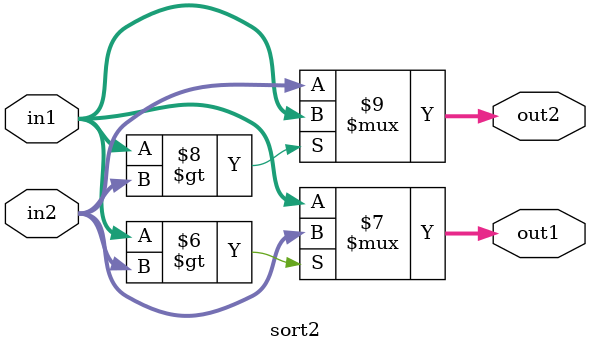
<source format=v>
module qsort 
#(  parameter pADDR_WIDTH = 12,
    parameter pDATA_WIDTH = 32
)
(

    //write ap_start
    output  wire                     awready, // coefficients address ready to accept from tb
    output  wire                      wready,  // coefficients ready to accept from tb
    input   wire                     awvalid, // coefficients address valid
    input   wire [(pADDR_WIDTH-1):0] awaddr,  // coefficients address
    input   wire                     wvalid, // coefficients valid
    input   wire [(pDATA_WIDTH-1):0] wdata,  //coefficients comes from here

    //check ap_done/ap_idle
    output  reg                     arready, // data address ready to accept from tb
    input   wire                     rready, // tb is ready to accept data
    input   wire                     arvalid, // read address from tb is valid
    input   wire [(pADDR_WIDTH-1):0] araddr, // read address from tb
    output  reg                      rvalid, // data to tb valid
    output  reg  [(pDATA_WIDTH-1):0] rdata,  // data to tb

    input   wire                     ss_tvalid, //data stream in valid
    input   wire [(pDATA_WIDTH-1):0] ss_tdata, //data stream in
    input   wire                     ss_tlast, //data stream in last
    output                        ss_tready, //ready to accept data stream in

    input   wire                     sm_tready, //tb ready to accept data stream out
    output  reg                      sm_tvalid, //data stream out valid
    output  reg  [(pDATA_WIDTH-1):0] sm_tdata, //data stream out
    output  reg                      sm_tlast, //data stream out last


    input   wire                     axis_clk,
    input   wire                     axis_rst_n
);

// regs and wires declaration
reg ap_done_w, ap_done_r;
reg ap_idle_w, ap_idle_r;
reg ap_start_w, ap_start_r;
reg [9:0] data_w [0:10], data_r[0:10];
reg [9:0] sort_in1 [0:4], sort_in2 [0:4];
wire [9:0] sort_out1 [0:4], sort_out2 [0:4];    
reg [3:0] sort_state_w, sort_state_r;
reg [5:0] stream_cnt_w, stream_cnt_r;
reg [3:0] state_w, state_r;

wire [pDATA_WIDTH-1:0] ap_data;

integer i, j, k;
// assignments
assign ap_data = {29'b0 ,ap_idle_r, ap_done_r, ap_start_r};
assign ss_tready = 1;
assign awready = 1;
assign wready = 1;

// states
localparam S_IDLE = 0;
localparam S_LOAD = 1;
localparam S_SORT = 2;
localparam S_DONE = 3;

genvar g;
generate
    for (g=0; g<5; g=g+1) begin:sort2_gen
        sort2 sort_unit(
            .in1(sort_in1[g]),
            .in2(sort_in2[g]),
            .out1(sort_out1[g]),
            .out2(sort_out2[g])
        );
    end
endgenerate

// combinational logic

// state machine
always @(*) begin
    state_w = state_r;

    case (state_r)
        S_IDLE: begin
            if (ap_start_r) begin
                state_w = S_LOAD;
            end
        end
        S_LOAD: begin
            if (stream_cnt_r == 10)begin//11
                state_w = S_SORT;
            end
        end
        S_SORT: begin
            if (sort_state_r == 7) begin
                state_w = S_DONE;
            end
        end
        S_DONE: begin

        end
    endcase
end

//
always @(*) begin
    ap_idle_w = ap_idle_r;
    ap_done_w = ap_done_r;
    case (state_r)
        S_IDLE: begin
            if (ap_start_r) begin
                ap_idle_w = 0;
            end
        end
        S_LOAD: begin
            if (stream_cnt_r >= 36) begin//36
                ap_done_w = 1;
                ap_idle_w = 1;
            end
        end
        S_SORT: begin
            if (sort_state_r == 7) begin
                ap_done_w = 1;
                ap_idle_w = 1;
            end
        end
        S_DONE: begin
        end
    endcase
end


// control signal in
always @(*) begin
    ap_start_w = ap_start_r;
    if (wvalid)begin
        ap_start_w = wdata[0];
    end
end

// control signal out
always @(*) begin
    rvalid = 1;
    arready = 1;
    rdata = ap_data;
end

// data stream in and out, sorting network
always @(*) begin
    stream_cnt_w = stream_cnt_r;
    sort_state_w = sort_state_r;
    sm_tvalid = 0;
    sm_tdata = data_r[0];
    for (i=0; i<11; i=i+1) begin
        data_w[i] = data_r[i];
    end

    if (ss_tvalid && stream_cnt_r < 11) begin
        stream_cnt_w = stream_cnt_r + 1;
        for (i=0; i<10; i=i+1) begin
            data_w[i] = data_r[i+1];
        end
        data_w[10] = ss_tdata;
    end

    if (state_r == S_DONE)begin
        sm_tvalid = 1;
        if (sm_tready) begin
            for (i=0; i<10; i=i+1) begin
                data_w[i] = data_r[i+1];
            end
        end
    end

    if (state_r == S_SORT) begin // ref : https://bertdobbelaere.github.io/sorting_networks.html#N11L35D8
        sort_state_w = sort_state_r + 1;
        case (sort_state_r)
            0: begin
                //[(0,9),(1,6),(2,4),(3,7),(5,8)]
                sort_in1[0] = data_r[0];
                sort_in2[0] = data_r[9];
                data_w[0] = sort_out1[0];
                data_w[9] = sort_out2[0];

                sort_in1[1] = data_r[1];
                sort_in2[1] = data_r[6];
                data_w[1] = sort_out1[1];
                data_w[6] = sort_out2[1];

                sort_in1[2] = data_r[2];
                sort_in2[2] = data_r[4];
                data_w[2] = sort_out1[2];
                data_w[4] = sort_out2[2];

                sort_in1[3] = data_r[3];
                sort_in2[3] = data_r[7];
                data_w[3] = sort_out1[3];
                data_w[7] = sort_out2[3];

                sort_in1[4] = data_r[5];
                sort_in2[4] = data_r[8];
                data_w[5] = sort_out1[4];
                data_w[8] = sort_out2[4];
            end
            1:begin
                //[(0,1),(3,5),(4,10),(6,9),(7,8)]
                sort_in1[0] = data_r[0];
                sort_in2[0] = data_r[1];
                data_w[0] = sort_out1[0];
                data_w[1] = sort_out2[0];

                sort_in1[1] = data_r[3];
                sort_in2[1] = data_r[5];
                data_w[3] = sort_out1[1];
                data_w[5] = sort_out2[1];

                sort_in1[2] = data_r[4];
                sort_in2[2] = data_r[10];
                data_w[4] = sort_out1[2];
                data_w[10] = sort_out2[2];

                sort_in1[3] = data_r[6];
                sort_in2[3] = data_r[9];
                data_w[6] = sort_out1[3];
                data_w[9] = sort_out2[3];

                sort_in1[4] = data_r[7];
                sort_in2[4] = data_r[8];
                data_w[7] = sort_out1[4];
                data_w[8] = sort_out2[4];
            end 
            2:begin
                //[(1,3),(2,5),(4,7),(8,10)]
                sort_in1[0] = data_r[1];
                sort_in2[0] = data_r[3];
                data_w[1] = sort_out1[0];
                data_w[3] = sort_out2[0];

                sort_in1[1] = data_r[2];
                sort_in2[1] = data_r[5];
                data_w[2] = sort_out1[1];
                data_w[5] = sort_out2[1];

                sort_in1[2] = data_r[4];
                sort_in2[2] = data_r[7];
                data_w[4] = sort_out1[2];
                data_w[7] = sort_out2[2];

                sort_in1[3] = data_r[8];
                sort_in2[3] = data_r[10];
                data_w[8] = sort_out1[3];
                data_w[10] = sort_out2[3];
            end
            3:begin
                //[(0,4),(1,2),(3,7),(5,9),(6,8)]
                sort_in1[0] = data_r[0];
                sort_in2[0] = data_r[4];
                data_w[0] = sort_out1[0];
                data_w[4] = sort_out2[0];

                sort_in1[1] = data_r[1];
                sort_in2[1] = data_r[2];
                data_w[1] = sort_out1[1];
                data_w[2] = sort_out2[1];

                sort_in1[2] = data_r[3];
                sort_in2[2] = data_r[7];
                data_w[3] = sort_out1[2];
                data_w[7] = sort_out2[2];

                sort_in1[3] = data_r[5];
                sort_in2[3] = data_r[9];
                data_w[5] = sort_out1[3];
                data_w[9] = sort_out2[3];

                sort_in1[4] = data_r[6];
                sort_in2[4] = data_r[8];
                data_w[6] = sort_out1[4];
                data_w[8] = sort_out2[4];
            end
            4:begin
                //[(0,1),(2,6),(4,5),(7,8),(9,10)]
                sort_in1[0] = data_r[0];
                sort_in2[0] = data_r[1];
                data_w[0] = sort_out1[0];
                data_w[1] = sort_out2[0];

                sort_in1[1] = data_r[2];
                sort_in2[1] = data_r[6];
                data_w[2] = sort_out1[1];
                data_w[6] = sort_out2[1];

                sort_in1[2] = data_r[4];
                sort_in2[2] = data_r[5];
                data_w[4] = sort_out1[2];
                data_w[5] = sort_out2[2];

                sort_in1[3] = data_r[7];
                sort_in2[3] = data_r[8];
                data_w[7] = sort_out1[3];
                data_w[8] = sort_out2[3];

                sort_in1[4] = data_r[9];
                sort_in2[4] = data_r[10];
                data_w[9] = sort_out1[4];
                data_w[10] = sort_out2[4];
            end
            5:begin
                //[(2,4),(3,6),(5,7),(8,9)]
                sort_in1[0] = data_r[2];
                sort_in2[0] = data_r[4];
                data_w[2] = sort_out1[0];
                data_w[4] = sort_out2[0];

                sort_in1[1] = data_r[3];
                sort_in2[1] = data_r[6];
                data_w[3] = sort_out1[1];
                data_w[6] = sort_out2[1];

                sort_in1[2] = data_r[5];
                sort_in2[2] = data_r[7];
                data_w[5] = sort_out1[2];
                data_w[7] = sort_out2[2];

                sort_in1[3] = data_r[8];
                sort_in2[3] = data_r[9];
                data_w[8] = sort_out1[3];
                data_w[9] = sort_out2[3];
            end
            6:begin
                //[(1,2),(3,4),(5,6),(7,8)]
                sort_in1[0] = data_r[1];
                sort_in2[0] = data_r[2];
                data_w[1] = sort_out1[0];
                data_w[2] = sort_out2[0];

                sort_in1[1] = data_r[3];
                sort_in2[1] = data_r[4];
                data_w[3] = sort_out1[1];
                data_w[4] = sort_out2[1];

                sort_in1[2] = data_r[5];
                sort_in2[2] = data_r[6];
                data_w[5] = sort_out1[2];
                data_w[6] = sort_out2[2];

                sort_in1[3] = data_r[7];
                sort_in2[3] = data_r[8];
                data_w[7] = sort_out1[3];
                data_w[8] = sort_out2[3];
            end
            7:begin
                //[(2,3),(4,5),(6,7)]
                sort_in1[0] = data_r[2];
                sort_in2[0] = data_r[3];
                data_w[2] = sort_out1[0];
                data_w[3] = sort_out2[0];

                sort_in1[1] = data_r[4];
                sort_in2[1] = data_r[5];
                data_w[4] = sort_out1[1];
                data_w[5] = sort_out2[1];

                sort_in1[2] = data_r[6];
                sort_in2[2] = data_r[7];
                data_w[6] = sort_out1[2];
                data_w[7] = sort_out2[2];
            end

        endcase
    end

end

// sequential logic
always @(posedge axis_clk or negedge axis_rst_n) begin
    if (~axis_rst_n) begin
        ap_done_r <= 0;
        ap_idle_r <= 1;
        ap_start_r <= 0;
        state_r <= S_IDLE;
        stream_cnt_r <= 0;
        for (i = 0; i < 11; i = i + 1) begin
            data_r[i] <= 0;
        end
        sort_state_r <= 0;
    end else begin
        ap_done_r <= ap_done_w;
        ap_idle_r <= ap_idle_w;
        ap_start_r <= ap_start_w;
        state_r <= state_w;
        stream_cnt_r <= stream_cnt_w;
        for (i = 0; i < 11; i = i + 1) begin
            data_r[i] <= data_w[i];
        end
        sort_state_r <= sort_state_w;
    end
end

endmodule


module sort2(
    input wire [9:0] in1,
    input wire [9:0] in2,
    output wire [9:0] out1,
    output wire [9:0] out2
);

assign out1 = (in1 > in2) ? in2 : in1;
assign out2 = (in1 > in2) ? in1 : in2;

endmodule

</source>
